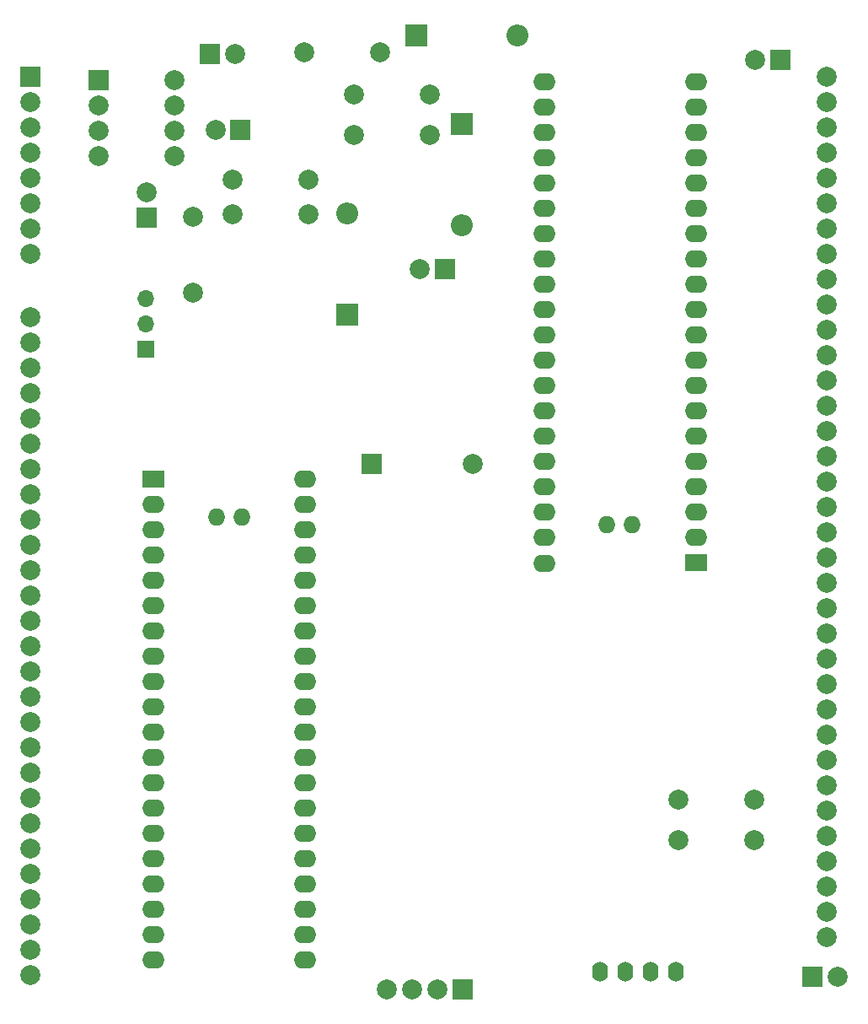
<source format=gbr>
%TF.GenerationSoftware,KiCad,Pcbnew,7.0.5-7.0.5~ubuntu20.04.1*%
%TF.CreationDate,2023-07-26T11:56:10-03:00*%
%TF.ProjectId,condicionamento_BIA_v01,636f6e64-6963-4696-9f6e-616d656e746f,v01*%
%TF.SameCoordinates,Original*%
%TF.FileFunction,Soldermask,Top*%
%TF.FilePolarity,Negative*%
%FSLAX46Y46*%
G04 Gerber Fmt 4.6, Leading zero omitted, Abs format (unit mm)*
G04 Created by KiCad (PCBNEW 7.0.5-7.0.5~ubuntu20.04.1) date 2023-07-26 11:56:10*
%MOMM*%
%LPD*%
G01*
G04 APERTURE LIST*
%ADD10C,2.000000*%
%ADD11O,1.600000X2.000000*%
%ADD12R,2.200000X2.200000*%
%ADD13O,2.200000X2.200000*%
%ADD14R,2.000000X2.000000*%
%ADD15R,2.250000X1.727200*%
%ADD16O,2.250000X1.727200*%
%ADD17O,1.727200X1.727200*%
%ADD18R,1.700000X1.700000*%
%ADD19O,1.700000X1.700000*%
G04 APERTURE END LIST*
D10*
%TO.C,R5*%
X126030000Y-56650000D03*
X133650000Y-56650000D03*
%TD*%
D11*
%TO.C,Brd1*%
X150780000Y-144700000D03*
X153320000Y-144700000D03*
X155860000Y-144700000D03*
X158400000Y-144700000D03*
%TD*%
D10*
%TO.C,R2*%
X113840000Y-65200000D03*
X121460000Y-65200000D03*
%TD*%
%TO.C,R3*%
X113840000Y-68700000D03*
X121460000Y-68700000D03*
%TD*%
D12*
%TO.C,D3*%
X132320000Y-50700000D03*
D13*
X142480000Y-50700000D03*
%TD*%
D14*
%TO.C,J6*%
X172125000Y-145200000D03*
D10*
X174665000Y-145200000D03*
%TD*%
D12*
%TO.C,D4*%
X136900000Y-59620000D03*
D13*
X136900000Y-69780000D03*
%TD*%
D10*
%TO.C,J4*%
X173590000Y-54850000D03*
X173590000Y-57390000D03*
X173590000Y-59930000D03*
X173590000Y-62470000D03*
X173590000Y-65010000D03*
X173590000Y-67550000D03*
X173590000Y-70090000D03*
X173590000Y-72630000D03*
X173590000Y-75170000D03*
X173590000Y-77710000D03*
X173590000Y-80250000D03*
X173590000Y-82790000D03*
X173590000Y-85330000D03*
X173590000Y-87870000D03*
X173590000Y-90410000D03*
X173590000Y-92950000D03*
X173590000Y-95490000D03*
X173590000Y-98030000D03*
X173590000Y-100570000D03*
X173590000Y-103110000D03*
X173590000Y-105650000D03*
X173590000Y-108190000D03*
X173590000Y-110730000D03*
X173590000Y-113270000D03*
X173590000Y-115810000D03*
X173590000Y-118350000D03*
X173590000Y-120890000D03*
X173590000Y-123430000D03*
X173590000Y-125970000D03*
X173590000Y-128510000D03*
X173590000Y-131050000D03*
X173590000Y-133590000D03*
X173590000Y-136130000D03*
X173590000Y-138670000D03*
X173590000Y-141210000D03*
%TD*%
D14*
%TO.C,J7*%
X111625000Y-52575000D03*
D10*
X114165000Y-52575000D03*
%TD*%
D12*
%TO.C,D1*%
X125400000Y-78780000D03*
D13*
X125400000Y-68620000D03*
%TD*%
D15*
%TO.C,U2*%
X160400000Y-103640000D03*
D16*
X160400000Y-101100000D03*
X160400000Y-98560000D03*
X160400000Y-96020000D03*
X160400000Y-93480000D03*
X160400000Y-90940000D03*
X160400000Y-88400000D03*
X160400000Y-85860000D03*
X160400000Y-83320000D03*
X160400000Y-80780000D03*
X160400000Y-78240000D03*
X160400000Y-75700000D03*
X160400000Y-73160000D03*
X160400000Y-70620000D03*
X160400000Y-68080000D03*
X160400000Y-65540000D03*
X160400000Y-63000000D03*
X160400000Y-60460000D03*
X160400000Y-57920000D03*
X160400000Y-55380000D03*
X145160000Y-55380000D03*
X145160000Y-57920000D03*
X145160000Y-60460000D03*
X145160000Y-63000000D03*
X145160000Y-65540000D03*
X145160000Y-68080000D03*
X145160000Y-70620000D03*
X145160000Y-73160000D03*
X145160000Y-75700000D03*
X145160000Y-78240000D03*
X145160000Y-80780000D03*
X145160000Y-83320000D03*
X145160000Y-85860000D03*
X145160000Y-88400000D03*
X145160000Y-90940000D03*
X145160000Y-93480000D03*
X145160000Y-96020000D03*
X145160000Y-98560000D03*
X145160000Y-101100000D03*
X145160000Y-103690800D03*
D17*
X151500000Y-99830000D03*
X154040000Y-99830000D03*
%TD*%
D10*
%TO.C,pullupsda1*%
X166270000Y-131500000D03*
X158650000Y-131500000D03*
%TD*%
%TO.C,C3*%
X112150000Y-60200000D03*
D14*
X114650000Y-60200000D03*
%TD*%
%TO.C,J2*%
X93580000Y-54850000D03*
D10*
X93580000Y-57390000D03*
X93580000Y-59930000D03*
X93580000Y-62470000D03*
X93580000Y-65010000D03*
X93580000Y-67550000D03*
X93580000Y-70090000D03*
X93580000Y-72630000D03*
%TD*%
%TO.C,J3*%
X93580000Y-78980000D03*
X93580000Y-81520000D03*
X93580000Y-84060000D03*
X93580000Y-86600000D03*
X93580000Y-89140000D03*
X93580000Y-91680000D03*
X93580000Y-94220000D03*
X93580000Y-96760000D03*
X93580000Y-99300000D03*
X93580000Y-101840000D03*
X93580000Y-104380000D03*
X93580000Y-106920000D03*
X93580000Y-109460000D03*
X93580000Y-112000000D03*
X93580000Y-114540000D03*
X93580000Y-117080000D03*
X93580000Y-119620000D03*
X93580000Y-122160000D03*
X93580000Y-124700000D03*
X93580000Y-127240000D03*
X93580000Y-129780000D03*
X93580000Y-132320000D03*
X93580000Y-134860000D03*
X93580000Y-137400000D03*
X93580000Y-139940000D03*
X93580000Y-142480000D03*
X93580000Y-145020000D03*
%TD*%
D14*
%TO.C,J5*%
X136950000Y-146500000D03*
D10*
X134410000Y-146500000D03*
X131870000Y-146500000D03*
X129330000Y-146500000D03*
%TD*%
D14*
%TO.C,U1*%
X100400000Y-55200000D03*
D10*
X100400000Y-57740000D03*
X100400000Y-60280000D03*
X100400000Y-62820000D03*
X108020000Y-62820000D03*
X108020000Y-60280000D03*
X108020000Y-57740000D03*
X108020000Y-55200000D03*
%TD*%
%TO.C,R1*%
X109900000Y-76510000D03*
X109900000Y-68890000D03*
%TD*%
D14*
%TO.C,D2*%
X127820000Y-93700000D03*
D10*
X137980000Y-93700000D03*
%TD*%
D15*
%TO.C,U3*%
X105900000Y-95289200D03*
D16*
X105900000Y-97829200D03*
X105900000Y-100369200D03*
X105900000Y-102909200D03*
X105900000Y-105449200D03*
X105900000Y-107989200D03*
X105900000Y-110529200D03*
X105900000Y-113069200D03*
X105900000Y-115609200D03*
X105900000Y-118149200D03*
X105900000Y-120689200D03*
X105900000Y-123229200D03*
X105900000Y-125769200D03*
X105900000Y-128309200D03*
X105900000Y-130849200D03*
X105900000Y-133389200D03*
X105900000Y-135929200D03*
X105900000Y-138469200D03*
X105900000Y-141009200D03*
X105900000Y-143549200D03*
X121140000Y-143549200D03*
X121140000Y-141009200D03*
X121140000Y-138469200D03*
X121140000Y-135929200D03*
X121140000Y-133389200D03*
X121140000Y-130849200D03*
X121140000Y-128309200D03*
X121140000Y-125769200D03*
X121140000Y-123229200D03*
X121140000Y-120689200D03*
X121140000Y-118149200D03*
X121140000Y-115609200D03*
X121140000Y-113069200D03*
X121140000Y-110529200D03*
X121140000Y-107989200D03*
X121140000Y-105449200D03*
X121140000Y-102909200D03*
X121140000Y-100369200D03*
X121140000Y-97829200D03*
X121140000Y-95238400D03*
D17*
X114800000Y-99099200D03*
X112260000Y-99099200D03*
%TD*%
D10*
%TO.C,R6*%
X126030000Y-60700000D03*
X133650000Y-60700000D03*
%TD*%
D18*
%TO.C,J1*%
X105150000Y-82200000D03*
D19*
X105150000Y-79660000D03*
X105150000Y-77120000D03*
%TD*%
D10*
%TO.C,pullupscl1*%
X166270000Y-127450000D03*
X158650000Y-127450000D03*
%TD*%
%TO.C,R4*%
X128650000Y-52450000D03*
X121030000Y-52450000D03*
%TD*%
%TO.C,C4*%
X166400000Y-53200000D03*
D14*
X168900000Y-53200000D03*
%TD*%
D10*
%TO.C,C2*%
X132694888Y-74200000D03*
D14*
X135194888Y-74200000D03*
%TD*%
D10*
%TO.C,C1*%
X105250000Y-66494888D03*
D14*
X105250000Y-68994888D03*
%TD*%
M02*

</source>
